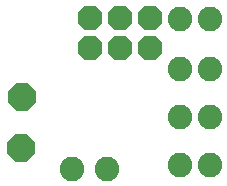
<source format=gbs>
G75*
G70*
%OFA0B0*%
%FSLAX24Y24*%
%IPPOS*%
%LPD*%
%AMOC8*
5,1,8,0,0,1.08239X$1,22.5*
%
%ADD10C,0.0820*%
%ADD11OC8,0.0820*%
%ADD12OC8,0.0930*%
D10*
X010271Y001496D03*
X011411Y001496D03*
X013841Y001646D03*
X014841Y001646D03*
X014841Y003246D03*
X013841Y003246D03*
X013841Y004846D03*
X014841Y004846D03*
X014841Y006496D03*
X013841Y006496D03*
D11*
X012841Y006546D03*
X011841Y006546D03*
X010841Y006546D03*
X010841Y005546D03*
X011841Y005546D03*
X012841Y005546D03*
D12*
X008591Y003896D03*
X008541Y002196D03*
M02*

</source>
